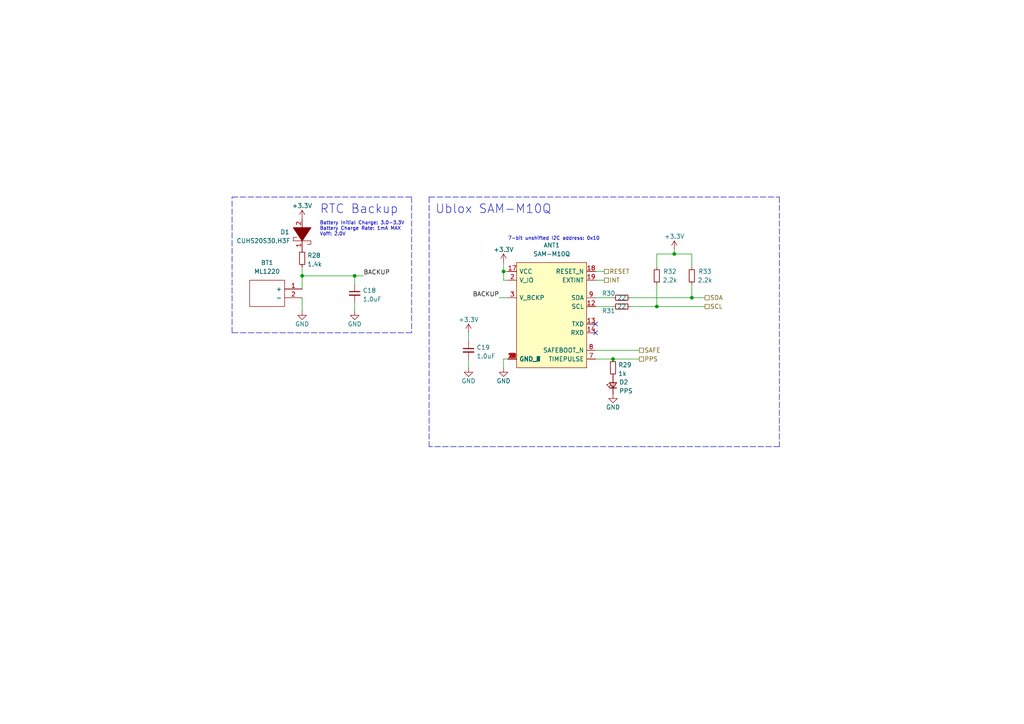
<source format=kicad_sch>
(kicad_sch (version 20211123) (generator eeschema)
  (paper "A4")
  (lib_symbols
    (symbol "CUHS20S30:CUHS20S30,H3F" (pin_names (offset 0.762))
      (property "Reference" "D" (at 7.62 8.89 0))
      (property "Value" "CUHS20S30,H3F" (at 7.62 6.35 0))
      (symbol "CUHS20S30,H3F_0_0"
        (pin passive line (at 0 0 0) (length 2.54) (name "~") (number "1"))
        (pin passive line (at 8.89 0 180) (length 2.54) (name "~") (number "2"))
      )
      (symbol "CUHS20S30,H3F_0_1"
        (polyline (pts (xy 2.54 2.54) (xy 2.54 -2.54)) (stroke (width 0.1524)))
        (polyline (pts (xy 2.54 -2.54) (xy 1.524 -2.54) (xy 1.524 -1.524)) (stroke (width 0.1524)))
        (polyline (pts (xy 2.54 2.54) (xy 3.556 2.54) (xy 3.556 1.524)) (stroke (width 0.1524)))
        (polyline (pts (xy 2.54 0) (xy 6.35 2.54) (xy 6.35 -2.54) (xy 2.54 0)) (stroke (width 0.254)) (fill (type outline)))
      )
    )
    (symbol "Device:C_Small" (pin_numbers hide) (pin_names (offset 0.254) hide)
      (property "Reference" "C" (at 0.254 1.778 0))
      (property "Value" "C_Small" (at 0.254 -2.032 0))
      (symbol "C_Small_0_1"
        (polyline (pts (xy -1.524 -0.508) (xy 1.524 -0.508)) (stroke (width 0.3302)))
        (polyline (pts (xy -1.524 0.508) (xy 1.524 0.508)) (stroke (width 0.3048)))
      )
      (symbol "C_Small_1_1"
        (pin passive line (at 0 2.54 270) (length 2.032) (name "~") (number "1"))
        (pin passive line (at 0 -2.54 90) (length 2.032) (name "~") (number "2"))
      )
    )
    (symbol "Device:LED_Small" (pin_numbers hide) (pin_names (offset 0.254) hide)
      (property "Reference" "D" (at -1.27 3.175 0))
      (property "Value" "LED_Small" (at -4.445 -2.54 0))
      (symbol "LED_Small_0_1"
        (polyline (pts (xy -0.762 -1.016) (xy -0.762 1.016)) (stroke (width 0.254)))
        (polyline (pts (xy 1.016 0) (xy -0.762 0)))
        (polyline (pts (xy 0.762 -1.016) (xy -0.762 0) (xy 0.762 1.016) (xy 0.762 -1.016)) (stroke (width 0.254)))
        (polyline (pts (xy 0 0.762) (xy -0.508 1.27) (xy -0.254 1.27) (xy -0.508 1.27) (xy -0.508 1.016)))
        (polyline (pts (xy 0.508 1.27) (xy 0 1.778) (xy 0.254 1.778) (xy 0 1.778) (xy 0 1.524)))
      )
      (symbol "LED_Small_1_1"
        (pin passive line (at -2.54 0 0) (length 1.778) (name "K") (number "1"))
        (pin passive line (at 2.54 0 180) (length 1.778) (name "A") (number "2"))
      )
    )
    (symbol "Device:R_Small" (pin_numbers hide) (pin_names (offset 0.254) hide)
      (property "Reference" "R" (at 0.762 0.508 0))
      (property "Value" "R_Small" (at 0.762 -1.016 0))
      (symbol "R_Small_0_1"
        (rectangle (start -0.762 1.778) (end 0.762 -1.778) (stroke (width 0.2032)))
      )
      (symbol "R_Small_1_1"
        (pin passive line (at 0 2.54 270) (length 0.762) (name "~") (number "1"))
        (pin passive line (at 0 -2.54 90) (length 0.762) (name "~") (number "2"))
      )
    )
    (symbol "ML-1220_F1AN:ML-1220_F1AN" (pin_names (offset 0.762))
      (property "Reference" "BT" (at 16.51 7.62 0))
      (property "Value" "ML-1220_F1AN" (at 16.51 5.08 0))
      (symbol "ML-1220_F1AN_0_0"
        (pin passive line (at 0 0 0) (length 5.08) (name "+") (number "1"))
        (pin passive line (at 0 -2.54 0) (length 5.08) (name "-") (number "2"))
      )
      (symbol "ML-1220_F1AN_0_1"
        (polyline (pts (xy 5.08 2.54) (xy 15.24 2.54) (xy 15.24 -5.08) (xy 5.08 -5.08) (xy 5.08 2.54)) (stroke (width 0.1524)))
      )
    )
    (symbol "SAM-M10Q-00B:SAM-M10Q-00B" (pin_names (offset 0.762))
      (property "Reference" "ANT" (at 17.78 3.81 0))
      (property "Value" "SAM-M10Q-00B" (at 17.78 1.27 0))
      (symbol "SAM-M10Q-00B_0_0"
        (pin passive line (at -12.7 -12.7 0) (length 2.54) (name "GND_1") (number "1"))
        (pin passive line (at -12.7 -12.7 0) (length 2.54) (name "GND_5") (number "10"))
        (pin passive line (at -12.7 -12.7 0) (length 2.54) (name "GND_6") (number "11"))
        (pin passive line (at 12.7 2.54 180) (length 2.54) (name "SCL") (number "12"))
        (pin passive line (at 12.7 -2.54 180) (length 2.54) (name "TXD") (number "13"))
        (pin passive line (at 12.7 -5.08 180) (length 2.54) (name "RXD") (number "14"))
        (pin passive line (at -12.7 -12.7 0) (length 2.54) (name "GND_7") (number "15"))
        (pin passive line (at -12.7 -12.7 0) (length 2.54) (name "GND_8") (number "16"))
        (pin passive line (at -12.7 12.7 0) (length 2.54) (name "VCC") (number "17"))
        (pin passive line (at 12.7 12.7 180) (length 2.54) (name "RESET_N") (number "18"))
        (pin passive line (at 12.7 10.16 180) (length 2.54) (name "EXTINT") (number "19"))
        (pin passive line (at -12.7 10.16 0) (length 2.54) (name "V_IO") (number "2"))
        (pin passive line (at -12.7 -12.7 0) (length 2.54) (name "GND_9") (number "20"))
        (pin passive line (at -12.7 5.08 0) (length 2.54) (name "V_BCKP") (number "3"))
        (pin passive line (at -12.7 -12.7 0) (length 2.54) (name "GND_2") (number "4"))
        (pin passive line (at -12.7 -12.7 0) (length 2.54) (name "GND_3") (number "5"))
        (pin passive line (at -12.7 -12.7 0) (length 2.54) (name "GND_4") (number "6"))
        (pin passive line (at 12.7 -12.7 180) (length 2.54) (name "TIMEPULSE") (number "7"))
        (pin passive line (at 12.7 -10.16 180) (length 2.54) (name "SAFEBOOT_N") (number "8"))
        (pin passive line (at 12.7 5.08 180) (length 2.54) (name "SDA") (number "9"))
      )
      (symbol "SAM-M10Q-00B_0_1"
        (rectangle (start -10.16 -15.24) (end 10.16 15.24) (stroke (width 0.1524)) (fill (type background)))
      )
    )
    (symbol "power:+3.3V" (power) (pin_names (offset 0))
      (property "Value" "+3.3V" (at 0 3.556 0))
      (symbol "+3.3V_0_1"
        (polyline (pts (xy -0.762 1.27) (xy 0 2.54)))
        (polyline (pts (xy 0 0) (xy 0 2.54)))
        (polyline (pts (xy 0 2.54) (xy 0.762 1.27)))
      )
      (symbol "+3.3V_1_1"
        (pin power_in line (at 0 0 90) (length 0) hide (name "+3.3V") (number "1"))
      )
    )
    (symbol "power:GND" (power) (pin_names (offset 0))
      (property "Value" "GND" (at 0 -3.81 0))
      (symbol "GND_0_1"
        (polyline (pts (xy 0 0) (xy 0 -1.27) (xy 1.27 -1.27) (xy 0 -2.54) (xy -1.27 -1.27) (xy 0 -1.27)))
      )
      (symbol "GND_1_1"
        (pin power_in line (at 0 0 270) (length 0) hide (name "GND") (number "1"))
      )
    )
  )
  (junction (at 177.8 104.14))
  (junction (at 146.05 78.74))
  (junction (at 195.58 73.66))
  (junction (at 190.5 88.9))
  (junction (at 200.66 86.36))
  (junction (at 87.63 80.01))
  (junction (at 102.87 80.01))
  (no_connect (at 172.72 93.98))
  (no_connect (at 172.72 96.52))
  (wire (pts (xy 147.32 86.36) (xy 144.78 86.36)))
  (polyline (pts (xy 119.38 96.52) (xy 67.31 96.52)))
  (polyline (pts (xy 124.46 57.15) (xy 226.06 57.15)))
  (wire (pts (xy 135.89 106.68) (xy 135.89 104.14)))
  (wire (pts (xy 172.72 86.36) (xy 177.8 86.36)))
  (polyline (pts (xy 119.38 57.15) (xy 119.38 96.52)))
  (wire (pts (xy 172.72 88.9) (xy 177.8 88.9)))
  (wire (pts (xy 195.58 72.39) (xy 195.58 73.66)))
  (wire (pts (xy 147.32 81.28) (xy 146.05 81.28)))
  (wire (pts (xy 200.66 86.36) (xy 204.47 86.36)))
  (wire (pts (xy 102.87 87.63) (xy 102.87 90.17)))
  (wire (pts (xy 182.88 86.36) (xy 200.66 86.36)))
  (wire (pts (xy 146.05 81.28) (xy 146.05 78.74)))
  (wire (pts (xy 135.89 96.52) (xy 135.89 99.06)))
  (wire (pts (xy 146.05 104.14) (xy 147.32 104.14)))
  (wire (pts (xy 102.87 80.01) (xy 105.41 80.01)))
  (wire (pts (xy 87.63 77.47) (xy 87.63 80.01)))
  (wire (pts (xy 102.87 80.01) (xy 102.87 82.55)))
  (wire (pts (xy 177.8 104.14) (xy 185.42 104.14)))
  (wire (pts (xy 146.05 76.2) (xy 146.05 78.74)))
  (wire (pts (xy 190.5 73.66) (xy 195.58 73.66)))
  (wire (pts (xy 200.66 82.55) (xy 200.66 86.36)))
  (wire (pts (xy 87.63 80.01) (xy 87.63 83.82)))
  (wire (pts (xy 146.05 78.74) (xy 147.32 78.74)))
  (wire (pts (xy 102.87 80.01) (xy 87.63 80.01)))
  (wire (pts (xy 87.63 86.36) (xy 87.63 90.17)))
  (wire (pts (xy 146.05 104.14) (xy 146.05 106.68)))
  (wire (pts (xy 200.66 73.66) (xy 200.66 77.47)))
  (polyline (pts (xy 67.31 57.15) (xy 119.38 57.15)))
  (wire (pts (xy 190.5 73.66) (xy 190.5 77.47)))
  (wire (pts (xy 172.72 101.6) (xy 185.42 101.6)))
  (wire (pts (xy 190.5 88.9) (xy 204.47 88.9)))
  (wire (pts (xy 195.58 73.66) (xy 200.66 73.66)))
  (polyline (pts (xy 67.31 96.52) (xy 67.31 57.15)))
  (polyline (pts (xy 226.06 57.15) (xy 226.06 129.54)))
  (polyline (pts (xy 124.46 57.15) (xy 124.46 129.54)))
  (wire (pts (xy 190.5 82.55) (xy 190.5 88.9)))
  (wire (pts (xy 175.26 78.74) (xy 172.72 78.74)))
  (wire (pts (xy 175.26 81.28) (xy 172.72 81.28)))
  (wire (pts (xy 182.88 88.9) (xy 190.5 88.9)))
  (polyline (pts (xy 226.06 129.54) (xy 124.46 129.54)))
  (wire (pts (xy 172.72 104.14) (xy 177.8 104.14)))
  (text "Battery Initial Charge: 3.0-3.3V\nBattery Charge Rate: 1mA MAX\nVoff: 2.0V" (at 92.71 68.58 0) (effects (font (size 1 1)) (justify left bottom)))
  (text "RTC Backup" (at 115.57 62.23 180) (effects (font (size 2.54 2.54)) (justify right bottom)))
  (text "7-bit unshifted I2C address: 0x10" (at 173.99 69.85 180) (effects (font (size 1 1)) (justify right bottom)))
  (text "Ublox SAM-M10Q" (at 160.02 62.23 180) (effects (font (size 2.54 2.54)) (justify right bottom)))
  (label "BACKUP" (at 105.41 80.01 0))
  (label "BACKUP" (at 144.78 86.36 180))
  (hierarchical_label "SCL" (shape passive) (at 204.47 88.9 0))
  (hierarchical_label "RESET" (shape passive) (at 175.26 78.74 0))
  (hierarchical_label "INT" (shape passive) (at 175.26 81.28 0))
  (hierarchical_label "PPS" (shape passive) (at 185.42 104.14 0))
  (hierarchical_label "SAFE" (shape passive) (at 185.42 101.6 0))
  (hierarchical_label "SDA" (shape passive) (at 204.47 86.36 0))
  (symbol (lib_id "power:+3.3V") (at 195.58 72.39 0) (unit 1)
    (property "Reference" "#PWR084" (effects hide))
    (property "Value" "+3.3V" (at 195.58 68.58 0))
  )
  (symbol (lib_id "Device:R_Small") (at 180.34 88.9 90) (unit 1)
    (property "Reference" "R31" (at 176.53 90.17 90))
    (property "Value" "22" (at 180.34 88.9 90))
    (property "Footprint" "Resistor_SMD:R_0603_1608Metric_Pad0.98x0.95mm_HandSolder" (effects hide))
  )
  (symbol (lib_id "CUHS20S30:CUHS20S30,H3F") (at 87.63 72.39 90) (unit 1)
    (property "Reference" "D1" (at 81.28 67.31 90) (effects (justify right)))
    (property "Value" "CUHS20S30,H3F" (at 68.58 69.85 90) (effects (justify right)))
    (property "Footprint" "CUHS20S30:CUHS20S30" (effects hide))
    (property "Datasheet" "https://toshiba.semicon-storage.com/info/docget.jsp?did=63606&prodName=CUHS20S30" (effects hide))
    (property "Description" "Schottky Diodes & Rectifiers Sml-Signal Schottky 2A 30V 390pF" (effects hide))
    (property "Manufacturer_Name" "Toshiba" (effects hide))
    (property "Manufacturer_Part_Number" "CUHS20S30,H3F" (effects hide))
    (property "Mouser Part Number" "757-CUHS20S30H3F" (effects hide))
    (property "Mouser Price/Stock" "https://www.mouser.co.uk/ProductDetail/Toshiba/CUHS20S30H3F?qs=PqoDHHvF64%252BnIC9Qnnw9zg%3D%3D" (effects hide))
  )
  (symbol (lib_id "power:+3.3V") (at 135.89 96.52 0) (unit 1)
    (property "Reference" "#PWR079" (effects hide))
    (property "Value" "+3.3V" (at 135.89 92.71 0))
  )
  (symbol (lib_id "Device:R_Small") (at 200.66 80.01 180) (unit 1)
    (property "Reference" "R33" (at 204.47 78.74 0))
    (property "Value" "2.2k" (at 204.47 81.28 0))
    (property "Footprint" "Resistor_SMD:R_0603_1608Metric_Pad0.98x0.95mm_HandSolder" (effects hide))
  )
  (symbol (lib_id "power:GND") (at 135.89 106.68 0) (unit 1)
    (property "Reference" "#PWR080" (effects hide))
    (property "Value" "GND" (at 135.89 110.49 0))
  )
  (symbol (lib_id "Device:C_Small") (at 135.89 101.6 0) (unit 1)
    (property "Reference" "C19" (at 138.2141 100.7716 0) (effects (justify left)))
    (property "Value" "1.0uF" (at 138.2141 103.3085 0) (effects (justify left)))
    (property "Footprint" "Capacitor_SMD:C_0603_1608Metric_Pad1.08x0.95mm_HandSolder" (effects hide))
  )
  (symbol (lib_id "Device:C_Small") (at 102.87 85.09 0) (unit 1)
    (property "Reference" "C18" (at 105.1941 84.2616 0) (effects (justify left)))
    (property "Value" "1.0uF" (at 105.1941 86.7985 0) (effects (justify left)))
    (property "Footprint" "Capacitor_SMD:C_0603_1608Metric_Pad1.08x0.95mm_HandSolder" (effects hide))
  )
  (symbol (lib_id "power:+3.3V") (at 146.05 76.2 0) (unit 1)
    (property "Reference" "#PWR081" (effects hide))
    (property "Value" "+3.3V" (at 146.05 72.39 0))
  )
  (symbol (lib_id "power:GND") (at 177.8 114.3 0) (unit 1)
    (property "Reference" "#PWR083" (effects hide))
    (property "Value" "GND" (at 177.8 118.11 0))
  )
  (symbol (lib_id "Device:R_Small") (at 87.63 74.93 0) (unit 1)
    (property "Reference" "R28" (at 89.1286 74.0953 0) (effects (justify left)))
    (property "Value" "1.4k" (at 89.1286 76.6322 0) (effects (justify left)))
    (property "Footprint" "Resistor_SMD:R_0603_1608Metric_Pad0.98x0.95mm_HandSolder" (effects hide))
  )
  (symbol (lib_id "power:GND") (at 87.63 90.17 0) (unit 1)
    (property "Reference" "#PWR077" (effects hide))
    (property "Value" "GND" (at 87.63 93.98 0))
  )
  (symbol (lib_id "power:GND") (at 146.05 106.68 0) (unit 1)
    (property "Reference" "#PWR082" (effects hide))
    (property "Value" "GND" (at 146.05 110.49 0))
  )
  (symbol (lib_id "Device:R_Small") (at 177.8 106.68 0) (unit 1)
    (property "Reference" "R29" (at 179.2986 105.8453 0) (effects (justify left)))
    (property "Value" "1k" (at 179.2986 108.3822 0) (effects (justify left)))
    (property "Footprint" "Resistor_SMD:R_0603_1608Metric_Pad0.98x0.95mm_HandSolder" (effects hide))
  )
  (symbol (lib_id "ML-1220_F1AN:ML-1220_F1AN") (at 87.63 83.82 0) (mirror y) (unit 1)
    (property "Reference" "BT1" (at 77.47 76.2 0))
    (property "Value" "ML1220" (at 77.47 78.74 0))
    (property "Footprint" "ML-1220_F1AN:ML-1220_F1AN" (effects hide))
    (property "Datasheet" "http://media.digikey.com/pdf/Data%20Sheets/Panasonic%20Inustrial/ML_Serie.pdf" (effects hide))
    (property "Description" "Manganese Lithium Coin Batteries" (effects hide))
    (property "Manufacturer_Name" "Panasonic" (effects hide))
    (property "Manufacturer_Part_Number" "ML-1220/F1AN" (effects hide))
    (property "Mouser Part Number" "658-ML-1220/F1AN" (effects hide))
    (property "Mouser Price/Stock" "https://www.mouser.co.uk/ProductDetail/Panasonic-Battery/ML-1220-F1AN?qs=1eQvB6Dk1vhDP8XMeN6jSg%3D%3D" (effects hide))
    (property "Arrow Part Number" "ML-1220/F1AN" (effects hide))
    (property "Arrow Price/Stock" "https://www.arrow.com/en/products/ml-1220f1an/panasonic?region=nac" (effects hide))
  )
  (symbol (lib_id "SAM-M10Q-00B:SAM-M10Q-00B") (at 160.02 91.44 0) (unit 1)
    (property "Reference" "ANT1" (at 160.02 71.12 0))
    (property "Value" "SAM-M10Q" (at 160.02 73.66 0))
    (property "Footprint" "SAM-M10Q-00B:SAM-M10Q-00B" (effects hide))
    (property "Datasheet" "https://content.u-blox.com/sites/default/files/documents/SAM-M10Q_DataSheet_UBX-22013293.pdf" (effects hide))
    (property "Description" "GNSS / GPS Modules M10 precision GNSS patch antenna module" (effects hide))
    (property "Height" "6.8" (effects hide))
    (property "Manufacturer_Name" "U-Blox" (effects hide))
    (property "Manufacturer_Part_Number" "SAM-M10Q-00B" (effects hide))
  )
  (symbol (lib_id "Device:R_Small") (at 180.34 86.36 90) (unit 1)
    (property "Reference" "R30" (at 176.53 85.09 90))
    (property "Value" "22" (at 180.34 86.36 90))
    (property "Footprint" "Resistor_SMD:R_0603_1608Metric_Pad0.98x0.95mm_HandSolder" (effects hide))
  )
  (symbol (lib_id "Device:R_Small") (at 190.5 80.01 180) (unit 1)
    (property "Reference" "R32" (at 194.31 78.74 0))
    (property "Value" "2.2k" (at 194.31 81.28 0))
    (property "Footprint" "Resistor_SMD:R_0603_1608Metric_Pad0.98x0.95mm_HandSolder" (effects hide))
  )
  (symbol (lib_id "power:GND") (at 102.87 90.17 0) (unit 1)
    (property "Reference" "#PWR078" (effects hide))
    (property "Value" "GND" (at 102.87 93.98 0))
  )
  (symbol (lib_id "power:+3.3V") (at 87.63 63.5 0) (unit 1)
    (property "Reference" "#PWR076" (effects hide))
    (property "Value" "+3.3V" (at 87.63 59.69 0))
  )
  (symbol (lib_id "Device:LED_Small") (at 177.8 111.76 90) (unit 1)
    (property "Reference" "D2" (at 179.578 110.8618 90) (effects (justify right)))
    (property "Value" "PPS" (at 179.578 113.3987 90) (effects (justify right)))
    (property "Footprint" "LED_SMD:LED_1206_3216Metric_Pad1.42x1.75mm_HandSolder" (effects hide))
  )
)
</source>
